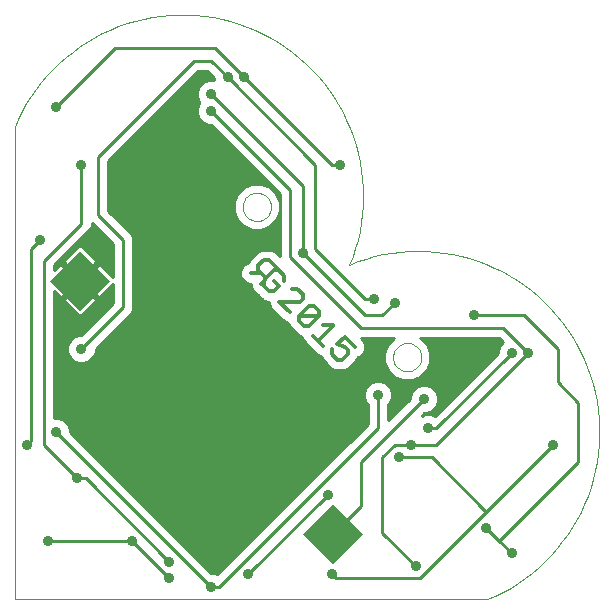
<source format=gtl>
G75*
G70*
%OFA0B0*%
%FSLAX24Y24*%
%IPPOS*%
%LPD*%
%AMOC8*
5,1,8,0,0,1.08239X$1,22.5*
%
%ADD10C,0.0000*%
%ADD11R,0.1417X0.1417*%
%ADD12C,0.0120*%
%ADD13C,0.0100*%
%ADD14C,0.0357*%
D10*
X010038Y009756D02*
X025786Y009756D01*
X026053Y009873D01*
X026314Y010003D01*
X026569Y010146D01*
X026816Y010300D01*
X027055Y010467D01*
X027287Y010645D01*
X027509Y010833D01*
X027722Y011033D01*
X027925Y011242D01*
X028117Y011461D01*
X028299Y011689D01*
X028470Y011925D01*
X028629Y012170D01*
X028776Y012422D01*
X028911Y012680D01*
X029033Y012945D01*
X029142Y013216D01*
X029238Y013491D01*
X029320Y013771D01*
X029389Y014054D01*
X029444Y014340D01*
X029485Y014629D01*
X029513Y014919D01*
X029526Y015211D01*
X029525Y015502D01*
X029510Y015794D01*
X029481Y016084D01*
X029438Y016372D01*
X029381Y016658D01*
X029310Y016941D01*
X029226Y017220D01*
X029128Y017495D01*
X029017Y017765D01*
X028893Y018029D01*
X028757Y018286D01*
X028608Y018537D01*
X028448Y018781D01*
X028276Y019016D01*
X028092Y019243D01*
X027898Y019461D01*
X027694Y019669D01*
X027480Y019866D01*
X027256Y020054D01*
X027024Y020230D01*
X026783Y020395D01*
X026535Y020548D01*
X026280Y020689D01*
X026018Y020817D01*
X025750Y020933D01*
X025477Y021035D01*
X025200Y021125D01*
X024918Y021200D01*
X024633Y021262D01*
X024345Y021310D01*
X024056Y021345D01*
X023765Y021365D01*
X023473Y021371D01*
X023182Y021363D01*
X022891Y021341D01*
X022602Y021305D01*
X022315Y021255D01*
X022030Y021191D01*
X021749Y021113D01*
X021472Y021022D01*
X021200Y020918D01*
X017640Y022840D02*
X017642Y022883D01*
X017648Y022925D01*
X017658Y022967D01*
X017671Y023008D01*
X017688Y023048D01*
X017709Y023085D01*
X017733Y023121D01*
X017760Y023154D01*
X017790Y023185D01*
X017823Y023213D01*
X017858Y023238D01*
X017895Y023259D01*
X017934Y023277D01*
X017974Y023291D01*
X018016Y023302D01*
X018058Y023309D01*
X018101Y023312D01*
X018144Y023311D01*
X018187Y023306D01*
X018229Y023297D01*
X018270Y023285D01*
X018310Y023269D01*
X018348Y023249D01*
X018384Y023226D01*
X018418Y023199D01*
X018450Y023170D01*
X018478Y023138D01*
X018504Y023103D01*
X018526Y023067D01*
X018545Y023028D01*
X018560Y022988D01*
X018572Y022947D01*
X018580Y022904D01*
X018584Y022861D01*
X018584Y022819D01*
X018580Y022776D01*
X018572Y022733D01*
X018560Y022692D01*
X018545Y022652D01*
X018526Y022613D01*
X018504Y022577D01*
X018478Y022542D01*
X018450Y022510D01*
X018418Y022481D01*
X018384Y022454D01*
X018348Y022431D01*
X018310Y022411D01*
X018270Y022395D01*
X018229Y022383D01*
X018187Y022374D01*
X018144Y022369D01*
X018101Y022368D01*
X018058Y022371D01*
X018016Y022378D01*
X017974Y022389D01*
X017934Y022403D01*
X017895Y022421D01*
X017858Y022442D01*
X017823Y022467D01*
X017790Y022495D01*
X017760Y022526D01*
X017733Y022559D01*
X017709Y022595D01*
X017688Y022632D01*
X017671Y022672D01*
X017658Y022713D01*
X017648Y022755D01*
X017642Y022797D01*
X017640Y022840D01*
X021200Y020917D02*
X021304Y021190D01*
X021395Y021467D01*
X021473Y021748D01*
X021537Y022032D01*
X021587Y022320D01*
X021623Y022609D01*
X021645Y022900D01*
X021653Y023191D01*
X021647Y023483D01*
X021627Y023774D01*
X021592Y024063D01*
X021544Y024351D01*
X021482Y024636D01*
X021407Y024918D01*
X021317Y025195D01*
X021215Y025468D01*
X021099Y025736D01*
X020971Y025998D01*
X020830Y026253D01*
X020677Y026501D01*
X020512Y026742D01*
X020336Y026974D01*
X020148Y027198D01*
X019951Y027412D01*
X019743Y027616D01*
X019525Y027810D01*
X019298Y027994D01*
X019063Y028166D01*
X018819Y028326D01*
X018568Y028475D01*
X018311Y028611D01*
X018047Y028735D01*
X017777Y028846D01*
X017502Y028944D01*
X017223Y029028D01*
X016940Y029099D01*
X016654Y029156D01*
X016366Y029199D01*
X016076Y029228D01*
X015784Y029243D01*
X015493Y029244D01*
X015201Y029231D01*
X014911Y029203D01*
X014622Y029162D01*
X014336Y029107D01*
X014053Y029038D01*
X013773Y028956D01*
X013498Y028860D01*
X013227Y028751D01*
X012962Y028629D01*
X012704Y028494D01*
X012452Y028347D01*
X012207Y028188D01*
X011971Y028017D01*
X011743Y027835D01*
X011524Y027643D01*
X011315Y027440D01*
X011115Y027227D01*
X010927Y027005D01*
X010749Y026773D01*
X010582Y026534D01*
X010428Y026287D01*
X010285Y026032D01*
X010155Y025771D01*
X010038Y025504D01*
X010038Y009756D01*
X022651Y017829D02*
X022653Y017872D01*
X022659Y017914D01*
X022669Y017956D01*
X022682Y017997D01*
X022699Y018037D01*
X022720Y018074D01*
X022744Y018110D01*
X022771Y018143D01*
X022801Y018174D01*
X022834Y018202D01*
X022869Y018227D01*
X022906Y018248D01*
X022945Y018266D01*
X022985Y018280D01*
X023027Y018291D01*
X023069Y018298D01*
X023112Y018301D01*
X023155Y018300D01*
X023198Y018295D01*
X023240Y018286D01*
X023281Y018274D01*
X023321Y018258D01*
X023359Y018238D01*
X023395Y018215D01*
X023429Y018188D01*
X023461Y018159D01*
X023489Y018127D01*
X023515Y018092D01*
X023537Y018056D01*
X023556Y018017D01*
X023571Y017977D01*
X023583Y017936D01*
X023591Y017893D01*
X023595Y017850D01*
X023595Y017808D01*
X023591Y017765D01*
X023583Y017722D01*
X023571Y017681D01*
X023556Y017641D01*
X023537Y017602D01*
X023515Y017566D01*
X023489Y017531D01*
X023461Y017499D01*
X023429Y017470D01*
X023395Y017443D01*
X023359Y017420D01*
X023321Y017400D01*
X023281Y017384D01*
X023240Y017372D01*
X023198Y017363D01*
X023155Y017358D01*
X023112Y017357D01*
X023069Y017360D01*
X023027Y017367D01*
X022985Y017378D01*
X022945Y017392D01*
X022906Y017410D01*
X022869Y017431D01*
X022834Y017456D01*
X022801Y017484D01*
X022771Y017515D01*
X022744Y017548D01*
X022720Y017584D01*
X022699Y017621D01*
X022682Y017661D01*
X022669Y017702D01*
X022659Y017744D01*
X022653Y017786D01*
X022651Y017829D01*
D11*
G36*
X019658Y011942D02*
X020659Y012943D01*
X021660Y011942D01*
X020659Y010941D01*
X019658Y011942D01*
G37*
G36*
X011223Y020377D02*
X012224Y021378D01*
X013225Y020377D01*
X012224Y019376D01*
X011223Y020377D01*
G37*
D12*
X017904Y020627D02*
X018251Y020634D01*
X018428Y020457D01*
X018689Y020719D01*
X018774Y020804D01*
X018512Y021066D01*
X018343Y021066D01*
X018166Y020889D01*
X018166Y020719D01*
X018251Y020634D01*
X018428Y020457D02*
X018336Y020365D01*
X018251Y020281D01*
X018336Y020365D02*
X018336Y020196D01*
X018512Y020019D01*
X018689Y020026D01*
X018859Y020196D01*
X018682Y020373D01*
X018689Y020719D02*
X018859Y020719D01*
X019029Y020549D01*
X019029Y020380D01*
X019283Y020097D02*
X019467Y020097D01*
X019637Y019927D01*
X019637Y019757D01*
X019630Y019750D02*
X019545Y019665D01*
X018859Y019673D01*
X019205Y019326D01*
X019509Y019192D02*
X019509Y019022D01*
X019679Y018852D01*
X019849Y018852D01*
X020188Y019192D01*
X020188Y019361D01*
X020019Y019531D01*
X019849Y019531D01*
X019509Y019192D01*
X020181Y019199D01*
X020321Y018886D02*
X020664Y018886D01*
X020659Y018881D02*
X020160Y018382D01*
X020324Y018207D02*
X019981Y018550D01*
X020613Y018089D02*
X020613Y017919D01*
X020789Y017742D01*
X020959Y017742D01*
X021129Y017912D01*
X021136Y017919D02*
X021136Y018074D01*
X021044Y018166D01*
X020782Y018258D01*
X021037Y018513D01*
X021383Y018166D01*
D13*
X021502Y017837D02*
X022360Y017837D01*
X022360Y017935D02*
X021647Y017935D01*
X021680Y017968D02*
X021733Y018097D01*
X021733Y018236D01*
X021680Y018365D01*
X021581Y018464D01*
X022679Y018464D01*
X022476Y018261D01*
X022360Y017981D01*
X022360Y017678D01*
X022476Y017398D01*
X022691Y017183D01*
X022971Y017067D01*
X023274Y017067D01*
X023555Y017183D01*
X023769Y017398D01*
X023885Y017678D01*
X023885Y017981D01*
X023769Y018261D01*
X023566Y018464D01*
X026183Y018464D01*
X026309Y018338D01*
X026205Y018234D01*
X026134Y018062D01*
X026134Y017981D01*
X024034Y015881D01*
X023912Y015932D01*
X023725Y015932D01*
X023604Y015881D01*
X023692Y015969D01*
X023773Y015969D01*
X023945Y016040D01*
X024077Y016172D01*
X024148Y016344D01*
X024148Y016531D01*
X024077Y016703D01*
X023945Y016835D01*
X023773Y016906D01*
X023586Y016906D01*
X023414Y016835D01*
X023282Y016703D01*
X023211Y016531D01*
X023211Y016450D01*
X022488Y015727D01*
X022488Y016254D01*
X022545Y016311D01*
X022617Y016484D01*
X022617Y016670D01*
X022545Y016842D01*
X022414Y016974D01*
X022241Y017045D01*
X022055Y017045D01*
X021883Y016974D01*
X021751Y016842D01*
X021680Y016670D01*
X021680Y016484D01*
X021751Y016311D01*
X021808Y016254D01*
X021808Y015604D01*
X016796Y010592D01*
X016674Y010642D01*
X016593Y010642D01*
X011899Y015336D01*
X011899Y015417D01*
X011827Y015589D01*
X011696Y015721D01*
X011524Y015792D01*
X011353Y015792D01*
X011353Y020033D01*
X011581Y019805D01*
X012153Y020377D01*
X011581Y020949D01*
X011353Y020720D01*
X011353Y020890D01*
X012458Y021995D01*
X012554Y022091D01*
X012605Y022216D01*
X012605Y022298D01*
X013317Y021586D01*
X013317Y020497D01*
X013317Y020497D01*
X012866Y020949D01*
X012294Y020377D01*
X012224Y020447D01*
X012796Y021019D01*
X012316Y021499D01*
X012282Y021519D01*
X012243Y021529D01*
X012204Y021529D01*
X012166Y021519D01*
X012132Y021499D01*
X011652Y021019D01*
X012224Y020447D01*
X012153Y020377D01*
X012224Y020306D01*
X012294Y020376D01*
X012866Y019805D01*
X013317Y020256D01*
X013317Y019641D01*
X012253Y018576D01*
X012172Y018576D01*
X012000Y018505D01*
X011868Y018373D01*
X011797Y018201D01*
X011797Y018015D01*
X011868Y017843D01*
X012000Y017711D01*
X012172Y017639D01*
X012359Y017639D01*
X012531Y017711D01*
X012663Y017843D01*
X012734Y018015D01*
X012734Y018096D01*
X013850Y019212D01*
X013946Y019307D01*
X013997Y019432D01*
X013997Y021659D01*
X013997Y021794D01*
X013997Y021795D01*
X013983Y021830D01*
X013946Y021919D01*
X013162Y022703D01*
X013162Y024370D01*
X016165Y027372D01*
X016440Y027372D01*
X016669Y027143D01*
X016669Y027067D01*
X016487Y027067D01*
X016315Y026996D01*
X016183Y026864D01*
X016112Y026692D01*
X016112Y026506D01*
X016183Y026333D01*
X016196Y026320D01*
X016183Y026307D01*
X016112Y026135D01*
X016112Y025949D01*
X016183Y025777D01*
X016315Y025645D01*
X016487Y025574D01*
X016568Y025574D01*
X018885Y023256D01*
X018885Y021188D01*
X018809Y021264D01*
X018711Y021362D01*
X018582Y021415D01*
X018412Y021415D01*
X018273Y021415D01*
X018144Y021362D01*
X017869Y021087D01*
X017822Y020973D01*
X017700Y020920D01*
X017604Y020819D01*
X017553Y020690D01*
X017556Y020550D01*
X017612Y020423D01*
X017712Y020326D01*
X017842Y020276D01*
X017901Y020277D01*
X017901Y020211D01*
X017954Y020082D01*
X018053Y019984D01*
X018137Y019899D01*
X018137Y019899D01*
X018221Y019816D01*
X018224Y019809D01*
X018270Y019767D01*
X018314Y019722D01*
X018321Y019719D01*
X018326Y019715D01*
X018385Y019693D01*
X018443Y019669D01*
X018450Y019669D01*
X018457Y019666D01*
X018509Y019669D01*
X018508Y019606D01*
X018509Y019605D01*
X018509Y019603D01*
X018535Y019540D01*
X018560Y019477D01*
X018562Y019476D01*
X018562Y019474D01*
X018611Y019426D01*
X018658Y019378D01*
X018659Y019377D01*
X019007Y019029D01*
X019136Y018976D01*
X019159Y018976D01*
X019159Y018952D01*
X019177Y018911D01*
X019213Y018824D01*
X019311Y018725D01*
X019311Y018725D01*
X019382Y018654D01*
X019481Y018556D01*
X019610Y018502D01*
X019631Y018502D01*
X019631Y018480D01*
X019685Y018352D01*
X020126Y017910D01*
X020255Y017857D01*
X020263Y017857D01*
X020263Y017849D01*
X020316Y017721D01*
X020414Y017622D01*
X020591Y017445D01*
X020720Y017392D01*
X020859Y017392D01*
X021029Y017392D01*
X021157Y017445D01*
X021256Y017544D01*
X021425Y017714D01*
X021433Y017721D01*
X021476Y017826D01*
X021582Y017870D01*
X021680Y017968D01*
X021707Y018034D02*
X022382Y018034D01*
X022423Y018132D02*
X021733Y018132D01*
X021733Y018231D02*
X022464Y018231D01*
X022545Y018329D02*
X021695Y018329D01*
X021617Y018428D02*
X022643Y018428D01*
X022360Y017738D02*
X021440Y017738D01*
X021425Y017714D02*
X021425Y017714D01*
X021352Y017640D02*
X022376Y017640D01*
X022417Y017541D02*
X021253Y017541D01*
X021256Y017544D02*
X021256Y017544D01*
X021151Y017443D02*
X022458Y017443D01*
X022530Y017344D02*
X011353Y017344D01*
X011353Y017246D02*
X022628Y017246D01*
X022778Y017147D02*
X011353Y017147D01*
X011353Y017048D02*
X025202Y017048D01*
X025300Y017147D02*
X023467Y017147D01*
X023617Y017246D02*
X025399Y017246D01*
X025497Y017344D02*
X023716Y017344D01*
X023788Y017443D02*
X025596Y017443D01*
X025694Y017541D02*
X023828Y017541D01*
X023869Y017640D02*
X025793Y017640D01*
X025891Y017738D02*
X023885Y017738D01*
X023885Y017837D02*
X025990Y017837D01*
X026088Y017935D02*
X023885Y017935D01*
X023863Y018034D02*
X026134Y018034D01*
X026163Y018132D02*
X023822Y018132D01*
X023782Y018231D02*
X026204Y018231D01*
X026301Y018329D02*
X023701Y018329D01*
X023602Y018428D02*
X026219Y018428D01*
X026324Y018804D02*
X027159Y017969D01*
X024097Y014906D01*
X023262Y014906D01*
X022705Y014906D01*
X022287Y014489D01*
X022287Y011983D01*
X023401Y010870D01*
X023540Y010452D02*
X025767Y012679D01*
X023958Y014489D01*
X022844Y014489D01*
X022148Y015463D02*
X022148Y016577D01*
X021714Y016753D02*
X011353Y016753D01*
X011353Y016851D02*
X021760Y016851D01*
X021859Y016950D02*
X011353Y016950D01*
X011353Y016654D02*
X021680Y016654D01*
X021680Y016556D02*
X011353Y016556D01*
X011353Y016457D02*
X021691Y016457D01*
X021732Y016359D02*
X011353Y016359D01*
X011353Y016260D02*
X021802Y016260D01*
X021808Y016162D02*
X011353Y016162D01*
X011353Y016063D02*
X021808Y016063D01*
X021808Y015964D02*
X011353Y015964D01*
X011353Y015866D02*
X021808Y015866D01*
X021808Y015767D02*
X011584Y015767D01*
X011748Y015669D02*
X021808Y015669D01*
X021775Y015570D02*
X011835Y015570D01*
X011876Y015472D02*
X021676Y015472D01*
X021578Y015373D02*
X011899Y015373D01*
X011960Y015275D02*
X021479Y015275D01*
X021380Y015176D02*
X012059Y015176D01*
X012158Y015078D02*
X021282Y015078D01*
X021183Y014979D02*
X012256Y014979D01*
X012355Y014880D02*
X021085Y014880D01*
X020986Y014782D02*
X012453Y014782D01*
X012552Y014683D02*
X020888Y014683D01*
X020789Y014585D02*
X012650Y014585D01*
X012749Y014486D02*
X020691Y014486D01*
X020592Y014388D02*
X012847Y014388D01*
X012946Y014289D02*
X020494Y014289D01*
X020395Y014191D02*
X013044Y014191D01*
X013143Y014092D02*
X020296Y014092D01*
X020198Y013994D02*
X013241Y013994D01*
X013340Y013895D02*
X020099Y013895D01*
X020001Y013796D02*
X013439Y013796D01*
X013537Y013698D02*
X019902Y013698D01*
X019804Y013599D02*
X013636Y013599D01*
X013734Y013501D02*
X019705Y013501D01*
X019607Y013402D02*
X013833Y013402D01*
X013931Y013304D02*
X019508Y013304D01*
X019410Y013205D02*
X014030Y013205D01*
X014128Y013107D02*
X019311Y013107D01*
X019213Y013008D02*
X014227Y013008D01*
X014325Y012910D02*
X019114Y012910D01*
X019015Y012811D02*
X014424Y012811D01*
X014523Y012713D02*
X018917Y012713D01*
X018818Y012614D02*
X014621Y012614D01*
X014720Y012515D02*
X018720Y012515D01*
X018621Y012417D02*
X014818Y012417D01*
X014917Y012318D02*
X018523Y012318D01*
X018424Y012220D02*
X015015Y012220D01*
X015114Y012121D02*
X018326Y012121D01*
X018227Y012023D02*
X015212Y012023D01*
X015311Y011924D02*
X018129Y011924D01*
X018030Y011826D02*
X015409Y011826D01*
X015508Y011727D02*
X017931Y011727D01*
X017833Y011629D02*
X015607Y011629D01*
X015705Y011530D02*
X017734Y011530D01*
X017636Y011431D02*
X015804Y011431D01*
X015902Y011333D02*
X017537Y011333D01*
X017439Y011234D02*
X016001Y011234D01*
X016099Y011136D02*
X017340Y011136D01*
X017242Y011037D02*
X016198Y011037D01*
X016296Y010939D02*
X017143Y010939D01*
X017045Y010840D02*
X016395Y010840D01*
X016493Y010742D02*
X016946Y010742D01*
X016847Y010643D02*
X016592Y010643D01*
X016581Y010174D02*
X016859Y010174D01*
X022148Y015463D01*
X022488Y015767D02*
X022529Y015767D01*
X022488Y015866D02*
X022627Y015866D01*
X022726Y015964D02*
X022488Y015964D01*
X022488Y016063D02*
X022824Y016063D01*
X022923Y016162D02*
X022488Y016162D01*
X022494Y016260D02*
X023021Y016260D01*
X023120Y016359D02*
X022565Y016359D01*
X022606Y016457D02*
X023211Y016457D01*
X023221Y016556D02*
X022617Y016556D01*
X022617Y016654D02*
X023262Y016654D01*
X023332Y016753D02*
X022582Y016753D01*
X022536Y016851D02*
X023455Y016851D01*
X023679Y016438D02*
X021592Y014350D01*
X021592Y012874D01*
X020659Y011942D01*
X020478Y013236D02*
X017833Y010591D01*
X016581Y010174D02*
X011430Y015324D01*
X011013Y014906D02*
X011013Y021031D01*
X012266Y022284D01*
X012266Y024232D01*
X012822Y024511D02*
X016024Y027712D01*
X016581Y027712D01*
X017137Y027155D01*
X020060Y024232D01*
X020060Y021449D01*
X021731Y019778D01*
X022009Y019778D01*
X022287Y019221D02*
X021731Y019221D01*
X019643Y021309D01*
X019643Y023536D01*
X016581Y026599D01*
X016112Y026607D02*
X015399Y026607D01*
X015301Y026509D02*
X016112Y026509D01*
X016152Y026410D02*
X015202Y026410D01*
X015104Y026311D02*
X016188Y026311D01*
X016144Y026213D02*
X015005Y026213D01*
X014907Y026114D02*
X016112Y026114D01*
X016112Y026016D02*
X014808Y026016D01*
X014710Y025917D02*
X016125Y025917D01*
X016166Y025819D02*
X014611Y025819D01*
X014513Y025720D02*
X016240Y025720D01*
X016371Y025622D02*
X014414Y025622D01*
X014315Y025523D02*
X016619Y025523D01*
X016717Y025425D02*
X014217Y025425D01*
X014118Y025326D02*
X016816Y025326D01*
X016914Y025228D02*
X014020Y025228D01*
X013921Y025129D02*
X017013Y025129D01*
X017111Y025030D02*
X013823Y025030D01*
X013724Y024932D02*
X017210Y024932D01*
X017308Y024833D02*
X013626Y024833D01*
X013527Y024735D02*
X017407Y024735D01*
X017505Y024636D02*
X013429Y024636D01*
X013330Y024538D02*
X017604Y024538D01*
X017702Y024439D02*
X013231Y024439D01*
X013162Y024341D02*
X017801Y024341D01*
X017900Y024242D02*
X013162Y024242D01*
X013162Y024144D02*
X017998Y024144D01*
X018097Y024045D02*
X013162Y024045D01*
X013162Y023946D02*
X018195Y023946D01*
X018294Y023848D02*
X013162Y023848D01*
X013162Y023749D02*
X018392Y023749D01*
X018491Y023651D02*
X013162Y023651D01*
X013162Y023552D02*
X017838Y023552D01*
X017960Y023603D02*
X017680Y023487D01*
X017465Y023272D01*
X017349Y022992D01*
X017349Y022689D01*
X017465Y022409D01*
X017680Y022194D01*
X017960Y022078D01*
X018263Y022078D01*
X018544Y022194D01*
X018758Y022409D01*
X018874Y022689D01*
X018874Y022992D01*
X018758Y023272D01*
X018544Y023487D01*
X018263Y023603D01*
X017960Y023603D01*
X017647Y023454D02*
X013162Y023454D01*
X013162Y023355D02*
X017548Y023355D01*
X017459Y023257D02*
X013162Y023257D01*
X013162Y023158D02*
X017418Y023158D01*
X017377Y023060D02*
X013162Y023060D01*
X013162Y022961D02*
X017349Y022961D01*
X017349Y022862D02*
X013162Y022862D01*
X013162Y022764D02*
X017349Y022764D01*
X017359Y022665D02*
X013200Y022665D01*
X013298Y022567D02*
X017400Y022567D01*
X017441Y022468D02*
X013397Y022468D01*
X013495Y022370D02*
X017504Y022370D01*
X017603Y022271D02*
X013594Y022271D01*
X013692Y022173D02*
X017731Y022173D01*
X018492Y022173D02*
X018885Y022173D01*
X018885Y022271D02*
X018621Y022271D01*
X018719Y022370D02*
X018885Y022370D01*
X018885Y022468D02*
X018783Y022468D01*
X018824Y022567D02*
X018885Y022567D01*
X018885Y022665D02*
X018864Y022665D01*
X018874Y022764D02*
X018885Y022764D01*
X018874Y022862D02*
X018885Y022862D01*
X018874Y022961D02*
X018885Y022961D01*
X018885Y023060D02*
X018846Y023060D01*
X018885Y023158D02*
X018805Y023158D01*
X018764Y023257D02*
X018885Y023257D01*
X018786Y023355D02*
X018675Y023355D01*
X018688Y023454D02*
X018577Y023454D01*
X018589Y023552D02*
X018385Y023552D01*
X019225Y023397D02*
X016581Y026042D01*
X016118Y026706D02*
X015498Y026706D01*
X015596Y026804D02*
X016159Y026804D01*
X016222Y026903D02*
X015695Y026903D01*
X015794Y027001D02*
X016329Y027001D01*
X016614Y027198D02*
X015991Y027198D01*
X015892Y027100D02*
X016669Y027100D01*
X016515Y027297D02*
X016089Y027297D01*
X016720Y028130D02*
X013379Y028130D01*
X011430Y026181D01*
X012822Y024511D02*
X012822Y022562D01*
X013657Y021727D01*
X013657Y019500D01*
X012266Y018108D01*
X012701Y017935D02*
X020101Y017935D01*
X020003Y018034D02*
X012734Y018034D01*
X012771Y018132D02*
X019904Y018132D01*
X019806Y018231D02*
X012869Y018231D01*
X012968Y018329D02*
X019707Y018329D01*
X019653Y018428D02*
X013066Y018428D01*
X013165Y018527D02*
X019551Y018527D01*
X019411Y018625D02*
X013264Y018625D01*
X013362Y018724D02*
X019313Y018724D01*
X019382Y018654D02*
X019382Y018654D01*
X019214Y018822D02*
X013461Y018822D01*
X013559Y018921D02*
X019173Y018921D01*
X019159Y018952D02*
X019159Y018952D01*
X019031Y019019D02*
X013658Y019019D01*
X013756Y019118D02*
X018919Y019118D01*
X018820Y019216D02*
X013855Y019216D01*
X013850Y019212D02*
X013850Y019212D01*
X013949Y019315D02*
X018722Y019315D01*
X018623Y019413D02*
X013990Y019413D01*
X013997Y019512D02*
X018546Y019512D01*
X018508Y019611D02*
X013997Y019611D01*
X013997Y019709D02*
X018341Y019709D01*
X018225Y019808D02*
X013997Y019808D01*
X013997Y019906D02*
X018130Y019906D01*
X018032Y020005D02*
X013997Y020005D01*
X013997Y020103D02*
X017945Y020103D01*
X017905Y020202D02*
X013997Y020202D01*
X013997Y020300D02*
X017779Y020300D01*
X017637Y020399D02*
X013997Y020399D01*
X013997Y020497D02*
X017579Y020497D01*
X017555Y020596D02*
X013997Y020596D01*
X013997Y020695D02*
X017555Y020695D01*
X017593Y020793D02*
X013997Y020793D01*
X013997Y020892D02*
X017673Y020892D01*
X017829Y020990D02*
X013997Y020990D01*
X013997Y021089D02*
X017871Y021089D01*
X017970Y021187D02*
X013997Y021187D01*
X013997Y021286D02*
X018068Y021286D01*
X018198Y021384D02*
X013997Y021384D01*
X013997Y021483D02*
X018885Y021483D01*
X018885Y021581D02*
X013997Y021581D01*
X013997Y021680D02*
X018885Y021680D01*
X018885Y021779D02*
X013997Y021779D01*
X013963Y021877D02*
X018885Y021877D01*
X018885Y021976D02*
X013890Y021976D01*
X013791Y022074D02*
X018885Y022074D01*
X018885Y021384D02*
X018657Y021384D01*
X018787Y021286D02*
X018885Y021286D01*
X019225Y021170D02*
X019225Y023397D01*
X020617Y024232D02*
X020896Y024232D01*
X020617Y024232D02*
X017694Y027155D01*
X016720Y028130D01*
X012632Y022271D02*
X012605Y022271D01*
X012587Y022173D02*
X012731Y022173D01*
X012829Y022074D02*
X012537Y022074D01*
X012438Y021976D02*
X012928Y021976D01*
X013026Y021877D02*
X012340Y021877D01*
X012241Y021779D02*
X013125Y021779D01*
X013224Y021680D02*
X012143Y021680D01*
X012044Y021581D02*
X013317Y021581D01*
X013317Y021483D02*
X012332Y021483D01*
X012430Y021384D02*
X013317Y021384D01*
X013317Y021286D02*
X012529Y021286D01*
X012627Y021187D02*
X013317Y021187D01*
X013317Y021089D02*
X012726Y021089D01*
X012767Y020990D02*
X013317Y020990D01*
X013317Y020892D02*
X012923Y020892D01*
X012809Y020892D02*
X012668Y020892D01*
X012711Y020793D02*
X012570Y020793D01*
X012612Y020695D02*
X012471Y020695D01*
X012514Y020596D02*
X012372Y020596D01*
X012415Y020497D02*
X012274Y020497D01*
X012272Y020399D02*
X012317Y020399D01*
X012371Y020300D02*
X012229Y020300D01*
X012224Y020306D02*
X012796Y019734D01*
X012316Y019254D01*
X012282Y019235D01*
X012243Y019225D01*
X012204Y019225D01*
X012166Y019235D01*
X012132Y019254D01*
X011652Y019734D01*
X012224Y020306D01*
X012218Y020300D02*
X012077Y020300D01*
X012119Y020202D02*
X011978Y020202D01*
X012021Y020103D02*
X011880Y020103D01*
X011922Y020005D02*
X011781Y020005D01*
X011824Y019906D02*
X011683Y019906D01*
X011725Y019808D02*
X011584Y019808D01*
X011578Y019808D02*
X011353Y019808D01*
X011353Y019906D02*
X011480Y019906D01*
X011381Y020005D02*
X011353Y020005D01*
X011353Y019709D02*
X011677Y019709D01*
X011776Y019611D02*
X011353Y019611D01*
X011353Y019512D02*
X011874Y019512D01*
X011973Y019413D02*
X011353Y019413D01*
X011353Y019315D02*
X012071Y019315D01*
X012376Y019315D02*
X012992Y019315D01*
X013090Y019413D02*
X012475Y019413D01*
X012573Y019512D02*
X013189Y019512D01*
X013287Y019611D02*
X012672Y019611D01*
X012770Y019709D02*
X013317Y019709D01*
X013317Y019808D02*
X012869Y019808D01*
X012863Y019808D02*
X012722Y019808D01*
X012765Y019906D02*
X012624Y019906D01*
X012666Y020005D02*
X012525Y020005D01*
X012568Y020103D02*
X012427Y020103D01*
X012469Y020202D02*
X012328Y020202D01*
X012175Y020399D02*
X012131Y020399D01*
X012174Y020497D02*
X012032Y020497D01*
X012075Y020596D02*
X011934Y020596D01*
X011976Y020695D02*
X011835Y020695D01*
X011878Y020793D02*
X011737Y020793D01*
X011779Y020892D02*
X011638Y020892D01*
X011681Y020990D02*
X011453Y020990D01*
X011524Y020892D02*
X011354Y020892D01*
X011353Y020793D02*
X011426Y020793D01*
X011551Y021089D02*
X011721Y021089D01*
X011650Y021187D02*
X011820Y021187D01*
X011748Y021286D02*
X011919Y021286D01*
X011847Y021384D02*
X012017Y021384D01*
X011945Y021483D02*
X012116Y021483D01*
X013022Y020793D02*
X013317Y020793D01*
X013317Y020695D02*
X013120Y020695D01*
X013219Y020596D02*
X013317Y020596D01*
X013317Y020202D02*
X013263Y020202D01*
X013317Y020103D02*
X013165Y020103D01*
X013066Y020005D02*
X013317Y020005D01*
X013317Y019906D02*
X012967Y019906D01*
X012893Y019216D02*
X011353Y019216D01*
X011353Y019118D02*
X012795Y019118D01*
X012696Y019019D02*
X011353Y019019D01*
X011353Y018921D02*
X012598Y018921D01*
X012499Y018822D02*
X011353Y018822D01*
X011353Y018724D02*
X012401Y018724D01*
X012302Y018625D02*
X011353Y018625D01*
X011353Y018527D02*
X012052Y018527D01*
X011923Y018428D02*
X011353Y018428D01*
X011353Y018329D02*
X011850Y018329D01*
X011809Y018231D02*
X011353Y018231D01*
X011353Y018132D02*
X011797Y018132D01*
X011797Y018034D02*
X011353Y018034D01*
X011353Y017935D02*
X011830Y017935D01*
X011874Y017837D02*
X011353Y017837D01*
X011353Y017738D02*
X011973Y017738D01*
X012172Y017640D02*
X011353Y017640D01*
X011353Y017541D02*
X020495Y017541D01*
X020397Y017640D02*
X012359Y017640D01*
X012558Y017738D02*
X020309Y017738D01*
X020268Y017837D02*
X012657Y017837D01*
X011353Y017443D02*
X020598Y017443D01*
X021592Y018804D02*
X026324Y018804D01*
X027020Y019221D02*
X028134Y018108D01*
X028134Y016994D01*
X028830Y016298D01*
X028830Y014350D01*
X026185Y011705D01*
X025767Y012123D01*
X025767Y012679D02*
X027994Y014906D01*
X026603Y017969D02*
X024097Y015463D01*
X023819Y015463D01*
X023687Y015964D02*
X024118Y015964D01*
X024216Y016063D02*
X023967Y016063D01*
X024066Y016162D02*
X024315Y016162D01*
X024413Y016260D02*
X024113Y016260D01*
X024148Y016359D02*
X024512Y016359D01*
X024610Y016457D02*
X024148Y016457D01*
X024137Y016556D02*
X024709Y016556D01*
X024807Y016654D02*
X024097Y016654D01*
X024027Y016753D02*
X024906Y016753D01*
X025004Y016851D02*
X023904Y016851D01*
X025103Y016950D02*
X022438Y016950D01*
X021592Y018804D02*
X019225Y021170D01*
X022287Y019221D02*
X022705Y019639D01*
X025350Y019221D02*
X027020Y019221D01*
X026185Y011705D02*
X026603Y011287D01*
X023540Y010452D02*
X020756Y010452D01*
X020617Y010591D01*
X015189Y010452D02*
X013936Y011705D01*
X011152Y011705D01*
X012126Y013793D02*
X012405Y013793D01*
X015189Y011009D01*
X012126Y013793D02*
X011013Y014906D01*
X010595Y015046D02*
X010456Y014906D01*
X010595Y015046D02*
X010595Y021449D01*
X010874Y021727D01*
D14*
X010874Y021727D03*
X012544Y021727D03*
X012961Y021309D03*
X012961Y019639D03*
X012544Y019221D03*
X012266Y018108D03*
X011430Y015324D03*
X010456Y014906D03*
X012126Y013793D03*
X011152Y011705D03*
X013936Y011705D03*
X015189Y011009D03*
X015189Y010452D03*
X016581Y010174D03*
X017833Y010591D03*
X020617Y010591D03*
X020478Y013236D03*
X022844Y014489D03*
X023262Y014906D03*
X023819Y015463D03*
X023679Y016438D03*
X022148Y016577D03*
X022705Y019639D03*
X022009Y019778D03*
X019643Y021309D03*
X020896Y024232D03*
X017694Y027155D03*
X017137Y027155D03*
X016581Y026599D03*
X016581Y026042D03*
X012266Y024232D03*
X011430Y026181D03*
X025350Y019221D03*
X026603Y017969D03*
X027159Y017969D03*
X027994Y014906D03*
X025767Y012123D03*
X026603Y011287D03*
X023401Y010870D03*
M02*

</source>
